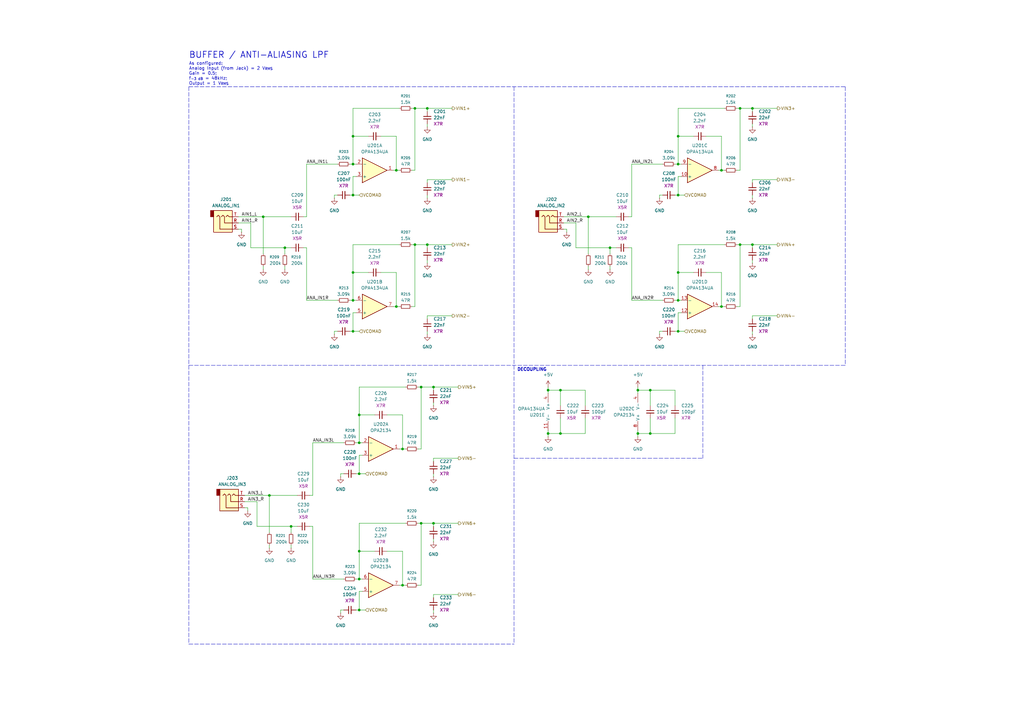
<source format=kicad_sch>
(kicad_sch (version 20250114) (generator "eeschema") (generator_version "9.0")
  (paper "A3")
  (title_block (title "PCM3168APAP Analog Input") (date "2026-01-13") (rev "0.1") (comment 1 "All inputs configured with Buffer and Anti-Aliasing LPF for Single-Ended ADC Input") (comment 2 "See Figure 60 from PCM3168APAP datasheet, p. 54"))
  (lib_symbols
    (symbol "Amplifier_Operational:OPA2134" (pin_names (offset 0.127))
      (property "Reference" "U" (at 0 5.08 0))
      (property "Value" "OPA2134" (at 0 -5.08 0))
      (symbol "OPA2134_1_1"
        (polyline (pts (xy -5.08 5.08) (xy 5.08 0) (xy -5.08 -5.08) (xy -5.08 5.08)) (stroke (width 0.254)) (fill (type background)))
        (pin input line (at -7.62 2.54 0) (length 2.54) (name "+") (number "3"))
        (pin input line (at -7.62 -2.54 0) (length 2.54) (name "-") (number "2"))
        (pin output line (at 7.62 0 180) (length 2.54) (name "~") (number "1"))
      )
      (symbol "OPA2134_2_1"
        (polyline (pts (xy -5.08 5.08) (xy 5.08 0) (xy -5.08 -5.08) (xy -5.08 5.08)) (stroke (width 0.254)) (fill (type background)))
        (pin input line (at -7.62 2.54 0) (length 2.54) (name "+") (number "5"))
        (pin input line (at -7.62 -2.54 0) (length 2.54) (name "-") (number "6"))
        (pin output line (at 7.62 0 180) (length 2.54) (name "~") (number "7"))
      )
      (symbol "OPA2134_3_1"
        (pin power_in line (at -2.54 7.62 270) (length 3.81) (name "V+") (number "8"))
        (pin power_in line (at -2.54 -7.62 90) (length 3.81) (name "V-") (number "4"))
      )
    )
    (symbol "Amplifier_Operational:OPA4134" (pin_names (offset 0.127))
      (property "Reference" "U" (at 0 5.08 0))
      (property "Value" "OPA4134" (at 0 -5.08 0))
      (symbol "OPA4134_1_1"
        (polyline (pts (xy -5.08 5.08) (xy 5.08 0) (xy -5.08 -5.08) (xy -5.08 5.08)) (stroke (width 0.254)) (fill (type background)))
        (pin input line (at -7.62 2.54 0) (length 2.54) (name "+") (number "3"))
        (pin input line (at -7.62 -2.54 0) (length 2.54) (name "-") (number "2"))
        (pin output line (at 7.62 0 180) (length 2.54) (name "~") (number "1"))
      )
      (symbol "OPA4134_2_1"
        (polyline (pts (xy -5.08 5.08) (xy 5.08 0) (xy -5.08 -5.08) (xy -5.08 5.08)) (stroke (width 0.254)) (fill (type background)))
        (pin input line (at -7.62 2.54 0) (length 2.54) (name "+") (number "5"))
        (pin input line (at -7.62 -2.54 0) (length 2.54) (name "-") (number "6"))
        (pin output line (at 7.62 0 180) (length 2.54) (name "~") (number "7"))
      )
      (symbol "OPA4134_3_1"
        (polyline (pts (xy -5.08 5.08) (xy 5.08 0) (xy -5.08 -5.08) (xy -5.08 5.08)) (stroke (width 0.254)) (fill (type background)))
        (pin input line (at -7.62 2.54 0) (length 2.54) (name "+") (number "10"))
        (pin input line (at -7.62 -2.54 0) (length 2.54) (name "-") (number "9"))
        (pin output line (at 7.62 0 180) (length 2.54) (name "~") (number "8"))
      )
      (symbol "OPA4134_4_1"
        (polyline (pts (xy -5.08 5.08) (xy 5.08 0) (xy -5.08 -5.08) (xy -5.08 5.08)) (stroke (width 0.254)) (fill (type background)))
        (pin input line (at -7.62 2.54 0) (length 2.54) (name "+") (number "12"))
        (pin input line (at -7.62 -2.54 0) (length 2.54) (name "-") (number "13"))
        (pin output line (at 7.62 0 180) (length 2.54) (name "~") (number "14"))
      )
      (symbol "OPA4134_5_1"
        (pin power_in line (at -2.54 7.62 270) (length 3.81) (name "V+") (number "4"))
        (pin power_in line (at -2.54 -7.62 90) (length 3.81) (name "V-") (number "11"))
      )
    )
    (symbol "Connector_Audio:AudioJack3"
      (property "Reference" "J" (at 0 8.89 0))
      (property "Value" "AudioJack3" (at 0 6.35 0))
      (symbol "AudioJack3_0_1"
        (rectangle (start -5.08 -5.08) (end -6.35 -2.54) (stroke (width 0.254)) (fill (type outline)))
        (polyline (pts (xy -1.905 -2.54) (xy -1.27 -3.175) (xy -0.635 -2.54) (xy -0.635 0) (xy 2.54 0)) (stroke (width 0.254)))
        (polyline (pts (xy 0 -2.54) (xy 0.635 -3.175) (xy 1.27 -2.54) (xy 2.54 -2.54)) (stroke (width 0.254)))
        (rectangle (start 2.54 3.81) (end -5.08 -5.08) (stroke (width 0.254)) (fill (type background)))
        (polyline (pts (xy 2.54 2.54) (xy -2.54 2.54) (xy -2.54 -2.54) (xy -3.175 -3.175) (xy -3.81 -2.54)) (stroke (width 0.254)))
      )
      (symbol "AudioJack3_1_1"
        (pin passive line (at 5.08 2.54 180) (length 2.54) (name "~") (number "S"))
        (pin passive line (at 5.08 0 180) (length 2.54) (name "~") (number "R"))
        (pin passive line (at 5.08 -2.54 180) (length 2.54) (name "~") (number "T"))
      )
    )
    (symbol "Device:C_Small" (pin_numbers (hide yes)) (pin_names (offset 0.254) (hide yes))
      (property "Reference" "C" (at 0.254 1.778 0))
      (property "Value" "C_Small" (at 0.254 -2.032 0))
      (symbol "C_Small_0_1"
        (polyline (pts (xy -1.524 0.508) (xy 1.524 0.508)) (stroke (width 0.3048)))
        (polyline (pts (xy -1.524 -0.508) (xy 1.524 -0.508)) (stroke (width 0.3302)))
      )
      (symbol "C_Small_1_1"
        (pin passive line (at 0 2.54 270) (length 2.032) (name "~") (number "1"))
        (pin passive line (at 0 -2.54 90) (length 2.032) (name "~") (number "2"))
      )
    )
    (symbol "Device:R_Small" (pin_numbers (hide yes)) (pin_names (offset 0.254) (hide yes))
      (property "Reference" "R" (at 0 0 90))
      (property "Value" "R_Small" (at 1.778 0 90))
      (symbol "R_Small_0_1"
        (rectangle (start -0.762 1.778) (end 0.762 -1.778) (stroke (width 0.2032)))
      )
      (symbol "R_Small_1_1"
        (pin passive line (at 0 2.54 270) (length 0.762) (name "~") (number "1"))
        (pin passive line (at 0 -2.54 90) (length 0.762) (name "~") (number "2"))
      )
    )
    (symbol "power:+5V" (power) (pin_numbers (hide yes)) (pin_names (offset 0) (hide yes))
      (property "Value" "+5V" (at 0 3.556 0))
      (symbol "+5V_0_1"
        (polyline (pts (xy -0.762 1.27) (xy 0 2.54)))
        (polyline (pts (xy 0 2.54) (xy 0.762 1.27)))
        (polyline (pts (xy 0 0) (xy 0 2.54)))
      )
      (symbol "+5V_1_1"
        (pin power_in line (at 0 0 90) (length 0) (name "~") (number "1"))
      )
    )
    (symbol "power:GNDA" (power) (pin_numbers (hide yes)) (pin_names (offset 0) (hide yes))
      (property "Value" "GNDA" (at 0 -3.81 0))
      (symbol "GNDA_0_1"
        (polyline (pts (xy 0 0) (xy 0 -1.27) (xy 1.27 -1.27) (xy 0 -2.54) (xy -1.27 -1.27) (xy 0 -1.27)))
      )
      (symbol "GNDA_1_1"
        (pin power_in line (at 0 0 270) (length 0) (name "~") (number "1"))
      )
    )
  )
  (text "DECOUPLING" (at 212.09 152.4 0) (effects (font (size 1.27 1.27) (thickness 0.254) (bold yes)) (justify left bottom)))
  (text "BUFFER / ANTI-ALIASING LPF" (at 77.47 24.13 0) (effects (font (size 2.54 2.54) (thickness 0.254) (bold yes)) (justify left bottom)))
  (text "As configured:\nAnalog Input (from Jack) = 2 V_{RMS}\nGain = 0.5;\nf_{-3 dB} = 48kHz;\nOutput = 1 V_{RMS}" (at 77.47 25.4 0) (effects (font (size 1.27 1.27) (thickness 0.1588)) (justify left top)))
  (junction (at 278.13 123.19))
  (junction (at 119.38 215.9))
  (junction (at 266.7 160.02))
  (junction (at 175.26 44.45))
  (junction (at 147.32 250.19))
  (junction (at 241.3 88.9))
  (junction (at 261.62 177.8))
  (junction (at 177.8 158.75))
  (junction (at 278.13 67.31))
  (junction (at 147.32 170.18))
  (junction (at 303.53 44.45))
  (junction (at 224.79 160.02))
  (junction (at 303.53 100.33))
  (junction (at 224.79 177.8))
  (junction (at 147.32 237.49))
  (junction (at 147.32 226.06))
  (junction (at 116.84 101.6))
  (junction (at 278.13 135.89))
  (junction (at 278.13 111.76))
  (junction (at 162.56 69.85))
  (junction (at 144.78 55.88))
  (junction (at 172.72 158.75))
  (junction (at 308.61 44.45))
  (junction (at 147.32 181.61))
  (junction (at 229.87 160.02))
  (junction (at 144.78 80.01))
  (junction (at 266.7 177.8))
  (junction (at 172.72 214.63))
  (junction (at 144.78 123.19))
  (junction (at 177.8 214.63))
  (junction (at 165.1 184.15))
  (junction (at 295.91 125.73))
  (junction (at 165.1 240.03))
  (junction (at 144.78 135.89))
  (junction (at 261.62 160.02))
  (junction (at 144.78 111.76))
  (junction (at 278.13 80.01))
  (junction (at 110.49 203.2))
  (junction (at 295.91 69.85))
  (junction (at 175.26 100.33))
  (junction (at 147.32 194.31))
  (junction (at 162.56 125.73))
  (junction (at 250.19 101.6))
  (junction (at 170.18 44.45))
  (junction (at 107.95 88.9))
  (junction (at 170.18 100.33))
  (junction (at 229.87 177.8))
  (junction (at 308.61 100.33))
  (junction (at 144.78 67.31))
  (junction (at 278.13 55.88))
  (wire (pts (xy 266.7 177.8) (xy 261.62 177.8)))
  (wire (pts (xy 139.7 250.19) (xy 140.97 250.19)))
  (wire (pts (xy 276.86 171.45) (xy 276.86 177.8)))
  (wire (pts (xy 276.86 135.89) (xy 278.13 135.89)))
  (wire (pts (xy 259.08 67.31) (xy 271.78 67.31)))
  (wire (pts (xy 278.13 135.89) (xy 280.67 135.89)))
  (wire (pts (xy 224.79 177.8) (xy 224.79 179.07)))
  (wire (pts (xy 266.7 166.37) (xy 266.7 160.02)))
  (wire (pts (xy 266.7 171.45) (xy 266.7 177.8)))
  (wire (pts (xy 146.05 181.61) (xy 147.32 181.61)))
  (wire (pts (xy 165.1 184.15) (xy 163.83 184.15)))
  (wire (pts (xy 259.08 123.19) (xy 271.78 123.19)))
  (wire (pts (xy 162.56 69.85) (xy 163.83 69.85)))
  (wire (pts (xy 289.56 55.88) (xy 295.91 55.88)))
  (wire (pts (xy 308.61 106.68) (xy 308.61 107.95)))
  (wire (pts (xy 308.61 80.01) (xy 308.61 81.28)))
  (wire (pts (xy 303.53 44.45) (xy 303.53 69.85)))
  (wire (pts (xy 308.61 101.6) (xy 308.61 100.33)))
  (wire (pts (xy 175.26 73.66) (xy 185.42 73.66)))
  (wire (pts (xy 175.26 135.89) (xy 175.26 137.16)))
  (wire (pts (xy 144.78 55.88) (xy 144.78 44.45)))
  (wire (pts (xy 97.79 93.98) (xy 99.06 93.98)))
  (wire (pts (xy 308.61 129.54) (xy 308.61 130.81)))
  (wire (pts (xy 101.6 208.28) (xy 101.6 209.55)))
  (wire (pts (xy 229.87 177.8) (xy 224.79 177.8)))
  (wire (pts (xy 276.86 67.31) (xy 278.13 67.31)))
  (wire (pts (xy 303.53 100.33) (xy 308.61 100.33)))
  (wire (pts (xy 278.13 111.76) (xy 278.13 100.33)))
  (wire (pts (xy 170.18 100.33) (xy 170.18 125.73)))
  (wire (pts (xy 177.8 194.31) (xy 177.8 195.58)))
  (wire (pts (xy 261.62 177.8) (xy 261.62 179.07)))
  (wire (pts (xy 137.16 135.89) (xy 138.43 135.89)))
  (wire (pts (xy 146.05 72.39) (xy 144.78 72.39)))
  (wire (pts (xy 162.56 55.88) (xy 162.56 69.85)))
  (wire (pts (xy 143.51 123.19) (xy 144.78 123.19)))
  (wire (pts (xy 177.8 160.02) (xy 177.8 158.75)))
  (wire (pts (xy 168.91 44.45) (xy 170.18 44.45)))
  (wire (pts (xy 102.87 101.6) (xy 116.84 101.6)))
  (wire (pts (xy 177.8 187.96) (xy 187.96 187.96)))
  (wire (pts (xy 124.46 88.9) (xy 125.73 88.9)))
  (wire (pts (xy 177.8 250.19) (xy 177.8 251.46)))
  (wire (pts (xy 172.72 158.75) (xy 177.8 158.75)))
  (wire (pts (xy 128.27 203.2) (xy 128.27 181.61)))
  (wire (pts (xy 303.53 69.85) (xy 302.26 69.85)))
  (wire (pts (xy 295.91 125.73) (xy 297.18 125.73)))
  (wire (pts (xy 143.51 67.31) (xy 144.78 67.31)))
  (wire (pts (xy 175.26 45.72) (xy 175.26 44.45)))
  (wire (pts (xy 270.51 135.89) (xy 271.78 135.89)))
  (polyline (pts (xy 77.47 149.86) (xy 346.71 149.86)) (stroke (width 0) (type dash)))
  (wire (pts (xy 240.03 160.02) (xy 229.87 160.02)))
  (wire (pts (xy 278.13 55.88) (xy 278.13 67.31)))
  (wire (pts (xy 175.26 73.66) (xy 175.26 74.93)))
  (wire (pts (xy 148.59 186.69) (xy 147.32 186.69)))
  (wire (pts (xy 278.13 100.33) (xy 297.18 100.33)))
  (wire (pts (xy 303.53 100.33) (xy 303.53 125.73)))
  (wire (pts (xy 229.87 166.37) (xy 229.87 160.02)))
  (wire (pts (xy 162.56 125.73) (xy 161.29 125.73)))
  (wire (pts (xy 148.59 242.57) (xy 147.32 242.57)))
  (wire (pts (xy 177.8 243.84) (xy 177.8 245.11)))
  (wire (pts (xy 143.51 80.01) (xy 144.78 80.01)))
  (wire (pts (xy 102.87 91.44) (xy 102.87 101.6)))
  (wire (pts (xy 147.32 170.18) (xy 147.32 181.61)))
  (polyline (pts (xy 210.82 149.86) (xy 210.82 264.16)) (stroke (width 0) (type dash)))
  (wire (pts (xy 231.14 93.98) (xy 232.41 93.98)))
  (wire (pts (xy 170.18 69.85) (xy 168.91 69.85)))
  (wire (pts (xy 162.56 111.76) (xy 162.56 125.73)))
  (wire (pts (xy 107.95 109.22) (xy 107.95 110.49)))
  (wire (pts (xy 170.18 44.45) (xy 175.26 44.45)))
  (polyline (pts (xy 77.47 35.56) (xy 346.71 35.56)) (stroke (width 0) (type dash)))
  (wire (pts (xy 125.73 101.6) (xy 125.73 123.19)))
  (wire (pts (xy 177.8 158.75) (xy 187.96 158.75)))
  (wire (pts (xy 175.26 100.33) (xy 185.42 100.33)))
  (polyline (pts (xy 210.82 35.56) (xy 210.82 149.86)) (stroke (width 0) (type dash)))
  (polyline (pts (xy 346.71 35.56) (xy 346.71 149.86)) (stroke (width 0) (type dash)))
  (wire (pts (xy 302.26 100.33) (xy 303.53 100.33)))
  (wire (pts (xy 177.8 215.9) (xy 177.8 214.63)))
  (wire (pts (xy 279.4 72.39) (xy 278.13 72.39)))
  (wire (pts (xy 165.1 184.15) (xy 166.37 184.15)))
  (wire (pts (xy 266.7 160.02) (xy 261.62 160.02)))
  (wire (pts (xy 147.32 226.06) (xy 147.32 214.63)))
  (wire (pts (xy 147.32 194.31) (xy 149.86 194.31)))
  (wire (pts (xy 153.67 226.06) (xy 147.32 226.06)))
  (wire (pts (xy 125.73 123.19) (xy 138.43 123.19)))
  (wire (pts (xy 172.72 214.63) (xy 177.8 214.63)))
  (wire (pts (xy 147.32 237.49) (xy 148.59 237.49)))
  (wire (pts (xy 224.79 158.75) (xy 224.79 160.02)))
  (wire (pts (xy 158.75 226.06) (xy 165.1 226.06)))
  (wire (pts (xy 146.05 250.19) (xy 147.32 250.19)))
  (wire (pts (xy 303.53 125.73) (xy 302.26 125.73)))
  (wire (pts (xy 295.91 69.85) (xy 294.64 69.85)))
  (wire (pts (xy 110.49 223.52) (xy 110.49 224.79)))
  (wire (pts (xy 259.08 101.6) (xy 259.08 123.19)))
  (wire (pts (xy 144.78 44.45) (xy 163.83 44.45)))
  (wire (pts (xy 147.32 214.63) (xy 166.37 214.63)))
  (wire (pts (xy 156.21 55.88) (xy 162.56 55.88)))
  (wire (pts (xy 144.78 55.88) (xy 144.78 67.31)))
  (wire (pts (xy 175.26 129.54) (xy 175.26 130.81)))
  (wire (pts (xy 302.26 44.45) (xy 303.53 44.45)))
  (wire (pts (xy 165.1 240.03) (xy 166.37 240.03)))
  (wire (pts (xy 144.78 123.19) (xy 146.05 123.19)))
  (wire (pts (xy 270.51 137.16) (xy 270.51 135.89)))
  (wire (pts (xy 257.81 88.9) (xy 259.08 88.9)))
  (wire (pts (xy 175.26 44.45) (xy 185.42 44.45)))
  (wire (pts (xy 170.18 44.45) (xy 170.18 69.85)))
  (wire (pts (xy 284.48 111.76) (xy 278.13 111.76)))
  (wire (pts (xy 119.38 88.9) (xy 107.95 88.9)))
  (wire (pts (xy 308.61 100.33) (xy 318.77 100.33)))
  (wire (pts (xy 175.26 80.01) (xy 175.26 81.28)))
  (wire (pts (xy 171.45 158.75) (xy 172.72 158.75)))
  (wire (pts (xy 128.27 215.9) (xy 128.27 237.49)))
  (wire (pts (xy 128.27 181.61) (xy 140.97 181.61)))
  (wire (pts (xy 127 203.2) (xy 128.27 203.2)))
  (wire (pts (xy 261.62 160.02) (xy 261.62 161.29)))
  (wire (pts (xy 97.79 91.44) (xy 102.87 91.44)))
  (wire (pts (xy 139.7 195.58) (xy 139.7 194.31)))
  (wire (pts (xy 100.33 205.74) (xy 105.41 205.74)))
  (wire (pts (xy 162.56 69.85) (xy 161.29 69.85)))
  (wire (pts (xy 308.61 73.66) (xy 318.77 73.66)))
  (wire (pts (xy 278.13 55.88) (xy 278.13 44.45)))
  (wire (pts (xy 144.78 111.76) (xy 144.78 100.33)))
  (wire (pts (xy 270.51 81.28) (xy 270.51 80.01)))
  (wire (pts (xy 116.84 101.6) (xy 116.84 104.14)))
  (wire (pts (xy 175.26 129.54) (xy 185.42 129.54)))
  (wire (pts (xy 177.8 243.84) (xy 187.96 243.84)))
  (wire (pts (xy 121.92 203.2) (xy 110.49 203.2)))
  (wire (pts (xy 308.61 73.66) (xy 308.61 74.93)))
  (wire (pts (xy 259.08 88.9) (xy 259.08 67.31)))
  (wire (pts (xy 151.13 111.76) (xy 144.78 111.76)))
  (wire (pts (xy 231.14 91.44) (xy 236.22 91.44)))
  (wire (pts (xy 147.32 170.18) (xy 147.32 158.75)))
  (wire (pts (xy 144.78 135.89) (xy 147.32 135.89)))
  (wire (pts (xy 128.27 237.49) (xy 140.97 237.49)))
  (wire (pts (xy 105.41 205.74) (xy 105.41 215.9)))
  (wire (pts (xy 278.13 80.01) (xy 280.67 80.01)))
  (wire (pts (xy 144.78 128.27) (xy 144.78 135.89)))
  (wire (pts (xy 144.78 111.76) (xy 144.78 123.19)))
  (wire (pts (xy 232.41 93.98) (xy 232.41 95.25)))
  (wire (pts (xy 171.45 214.63) (xy 172.72 214.63)))
  (wire (pts (xy 240.03 171.45) (xy 240.03 177.8)))
  (wire (pts (xy 279.4 128.27) (xy 278.13 128.27)))
  (wire (pts (xy 137.16 80.01) (xy 138.43 80.01)))
  (wire (pts (xy 156.21 111.76) (xy 162.56 111.76)))
  (wire (pts (xy 107.95 88.9) (xy 107.95 104.14)))
  (wire (pts (xy 139.7 251.46) (xy 139.7 250.19)))
  (wire (pts (xy 146.05 237.49) (xy 147.32 237.49)))
  (wire (pts (xy 278.13 72.39) (xy 278.13 80.01)))
  (wire (pts (xy 170.18 100.33) (xy 175.26 100.33)))
  (polyline (pts (xy 77.47 35.56) (xy 77.47 264.16)) (stroke (width 0) (type dash)))
  (wire (pts (xy 147.32 226.06) (xy 147.32 237.49)))
  (wire (pts (xy 158.75 170.18) (xy 165.1 170.18)))
  (wire (pts (xy 308.61 50.8) (xy 308.61 52.07)))
  (wire (pts (xy 172.72 158.75) (xy 172.72 184.15)))
  (wire (pts (xy 177.8 220.98) (xy 177.8 222.25)))
  (wire (pts (xy 162.56 125.73) (xy 163.83 125.73)))
  (wire (pts (xy 125.73 67.31) (xy 138.43 67.31)))
  (wire (pts (xy 143.51 135.89) (xy 144.78 135.89)))
  (wire (pts (xy 170.18 125.73) (xy 168.91 125.73)))
  (wire (pts (xy 308.61 45.72) (xy 308.61 44.45)))
  (polyline (pts (xy 77.47 264.16) (xy 210.82 264.16)) (stroke (width 0) (type dash)))
  (wire (pts (xy 125.73 88.9) (xy 125.73 67.31)))
  (wire (pts (xy 236.22 101.6) (xy 250.19 101.6)))
  (wire (pts (xy 172.72 240.03) (xy 171.45 240.03)))
  (wire (pts (xy 241.3 109.22) (xy 241.3 110.49)))
  (wire (pts (xy 146.05 194.31) (xy 147.32 194.31)))
  (wire (pts (xy 257.81 101.6) (xy 259.08 101.6)))
  (wire (pts (xy 175.26 50.8) (xy 175.26 52.07)))
  (wire (pts (xy 119.38 223.52) (xy 119.38 224.79)))
  (wire (pts (xy 270.51 80.01) (xy 271.78 80.01)))
  (wire (pts (xy 308.61 44.45) (xy 318.77 44.45)))
  (wire (pts (xy 229.87 171.45) (xy 229.87 177.8)))
  (wire (pts (xy 295.91 125.73) (xy 294.64 125.73)))
  (wire (pts (xy 144.78 100.33) (xy 163.83 100.33)))
  (wire (pts (xy 276.86 166.37) (xy 276.86 160.02)))
  (wire (pts (xy 147.32 242.57) (xy 147.32 250.19)))
  (wire (pts (xy 147.32 181.61) (xy 148.59 181.61)))
  (wire (pts (xy 177.8 187.96) (xy 177.8 189.23)))
  (wire (pts (xy 250.19 109.22) (xy 250.19 110.49)))
  (wire (pts (xy 289.56 111.76) (xy 295.91 111.76)))
  (wire (pts (xy 119.38 215.9) (xy 119.38 218.44)))
  (wire (pts (xy 278.13 128.27) (xy 278.13 135.89)))
  (wire (pts (xy 278.13 123.19) (xy 279.4 123.19)))
  (wire (pts (xy 146.05 128.27) (xy 144.78 128.27)))
  (wire (pts (xy 165.1 226.06) (xy 165.1 240.03)))
  (wire (pts (xy 261.62 176.53) (xy 261.62 177.8)))
  (wire (pts (xy 295.91 111.76) (xy 295.91 125.73)))
  (wire (pts (xy 177.8 165.1) (xy 177.8 166.37)))
  (wire (pts (xy 175.26 101.6) (xy 175.26 100.33)))
  (wire (pts (xy 229.87 160.02) (xy 224.79 160.02)))
  (wire (pts (xy 137.16 81.28) (xy 137.16 80.01)))
  (wire (pts (xy 110.49 203.2) (xy 110.49 218.44)))
  (wire (pts (xy 151.13 55.88) (xy 144.78 55.88)))
  (wire (pts (xy 276.86 123.19) (xy 278.13 123.19)))
  (wire (pts (xy 100.33 208.28) (xy 101.6 208.28)))
  (wire (pts (xy 119.38 101.6) (xy 116.84 101.6)))
  (wire (pts (xy 147.32 186.69) (xy 147.32 194.31)))
  (wire (pts (xy 153.67 170.18) (xy 147.32 170.18)))
  (wire (pts (xy 295.91 55.88) (xy 295.91 69.85)))
  (wire (pts (xy 144.78 72.39) (xy 144.78 80.01)))
  (wire (pts (xy 177.8 214.63) (xy 187.96 214.63)))
  (wire (pts (xy 252.73 88.9) (xy 241.3 88.9)))
  (wire (pts (xy 261.62 158.75) (xy 261.62 160.02)))
  (polyline (pts (xy 210.82 187.96) (xy 288.29 187.96)) (stroke (width 0) (type dash)))
  (wire (pts (xy 224.79 160.02) (xy 224.79 161.29)))
  (wire (pts (xy 137.16 137.16) (xy 137.16 135.89)))
  (wire (pts (xy 231.14 88.9) (xy 241.3 88.9)))
  (wire (pts (xy 165.1 170.18) (xy 165.1 184.15)))
  (wire (pts (xy 147.32 158.75) (xy 166.37 158.75)))
  (wire (pts (xy 278.13 67.31) (xy 279.4 67.31)))
  (wire (pts (xy 295.91 69.85) (xy 297.18 69.85)))
  (wire (pts (xy 147.32 250.19) (xy 149.86 250.19)))
  (wire (pts (xy 278.13 111.76) (xy 278.13 123.19)))
  (wire (pts (xy 175.26 106.68) (xy 175.26 107.95)))
  (wire (pts (xy 144.78 80.01) (xy 147.32 80.01)))
  (wire (pts (xy 278.13 44.45) (xy 297.18 44.45)))
  (wire (pts (xy 276.86 160.02) (xy 266.7 160.02)))
  (wire (pts (xy 139.7 194.31) (xy 140.97 194.31)))
  (wire (pts (xy 308.61 135.89) (xy 308.61 137.16)))
  (wire (pts (xy 250.19 101.6) (xy 250.19 104.14)))
  (wire (pts (xy 100.33 203.2) (xy 110.49 203.2)))
  (wire (pts (xy 284.48 55.88) (xy 278.13 55.88)))
  (wire (pts (xy 105.41 215.9) (xy 119.38 215.9)))
  (wire (pts (xy 241.3 88.9) (xy 241.3 104.14)))
  (wire (pts (xy 116.84 109.22) (xy 116.84 110.49)))
  (wire (pts (xy 144.78 67.31) (xy 146.05 67.31)))
  (wire (pts (xy 240.03 166.37) (xy 240.03 160.02)))
  (polyline (pts (xy 288.29 149.86) (xy 288.29 187.96)) (stroke (width 0) (type dash)))
  (wire (pts (xy 224.79 176.53) (xy 224.79 177.8)))
  (wire (pts (xy 172.72 214.63) (xy 172.72 240.03)))
  (wire (pts (xy 236.22 91.44) (xy 236.22 101.6)))
  (wire (pts (xy 99.06 93.98) (xy 99.06 95.25)))
  (wire (pts (xy 172.72 184.15) (xy 171.45 184.15)))
  (wire (pts (xy 165.1 240.03) (xy 163.83 240.03)))
  (wire (pts (xy 240.03 177.8) (xy 229.87 177.8)))
  (wire (pts (xy 252.73 101.6) (xy 250.19 101.6)))
  (wire (pts (xy 168.91 100.33) (xy 170.18 100.33)))
  (wire (pts (xy 121.92 215.9) (xy 119.38 215.9)))
  (wire (pts (xy 97.79 88.9) (xy 107.95 88.9)))
  (wire (pts (xy 124.46 101.6) (xy 125.73 101.6)))
  (wire (pts (xy 303.53 44.45) (xy 308.61 44.45)))
  (wire (pts (xy 276.86 177.8) (xy 266.7 177.8)))
  (wire (pts (xy 127 215.9) (xy 128.27 215.9)))
  (wire (pts (xy 276.86 80.01) (xy 278.13 80.01)))
  (wire (pts (xy 308.61 129.54) (xy 318.77 129.54)))
  (label "ANA_IN3R" (at 128.27 237.49 0))
  (label "AIN1_L" (at 99.06 88.9 0))
  (label "ANA_IN3L" (at 128.27 181.61 0))
  (label "ANA_IN1R" (at 125.73 123.19 0))
  (label "ANA_IN2R" (at 259.08 123.19 0))
  (label "ANA_IN2L" (at 259.08 67.31 0))
  (label "ANA_IN1L" (at 125.73 67.31 0))
  (label "AIN3_R" (at 101.6 205.74 0))
  (label "AIN3_L" (at 101.6 203.2 0))
  (label "AIN1_R" (at 99.06 91.44 0))
  (label "AIN2_L" (at 232.41 88.9 0))
  (label "AIN2_R" (at 232.41 91.44 0))
  (hierarchical_label "VIN1-" (shape output) (at 185.42 73.66 0))
  (hierarchical_label "VIN2+" (shape output) (at 185.42 100.33 0))
  (hierarchical_label "VIN3+" (shape output) (at 318.77 44.45 0))
  (hierarchical_label "VCOMAD" (shape input) (at 280.67 135.89 0))
  (hierarchical_label "VIN6+" (shape output) (at 187.96 214.63 0))
  (hierarchical_label "VIN1+" (shape output) (at 185.42 44.45 0))
  (hierarchical_label "VIN3-" (shape output) (at 318.77 73.66 0))
  (hierarchical_label "VIN2-" (shape output) (at 185.42 129.54 0))
  (hierarchical_label "VIN4-" (shape output) (at 318.77 129.54 0))
  (hierarchical_label "VIN6-" (shape output) (at 187.96 243.84 0))
  (hierarchical_label "VIN5-" (shape output) (at 187.96 187.96 0))
  (hierarchical_label "VIN4+" (shape output) (at 318.77 100.33 0))
  (hierarchical_label "VCOMAD" (shape input) (at 147.32 80.01 0))
  (hierarchical_label "VCOMAD" (shape input) (at 147.32 135.89 0))
  (hierarchical_label "VIN5+" (shape output) (at 187.96 158.75 0))
  (hierarchical_label "VCOMAD" (shape input) (at 280.67 80.01 0))
  (hierarchical_label "VCOMAD" (shape input) (at 149.86 250.19 0))
  (hierarchical_label "VCOMAD" (shape input) (at 149.86 194.31 0))
  (symbol (lib_id "power:GNDA") (at 177.8 195.58 0) (unit 1)
    (property "Reference" "#PWR0225" (effects (hide yes)))
    (property "Value" "GND" (at 177.8 200.66 0))
    (property "Description" "Power symbol creates a global label with name \"GNDA\" , analog ground" (effects (hide yes)))
  )
  (symbol (lib_id "power:GNDA") (at 261.62 179.07 0) (unit 1)
    (property "Reference" "#PWR0223" (effects (hide yes)))
    (property "Value" "GND" (at 261.62 184.15 0))
    (property "Description" "Power symbol creates a global label with name \"GNDA\" , analog ground" (effects (hide yes)))
  )
  (symbol (lib_id "Device:C_Small") (at 175.26 104.14 0) (unit 1)
    (property "Reference" "C213" (at 177.8 101.6 0) (effects (justify left)))
    (property "Value" "22nF" (at 177.8 104.14 0) (effects (justify left)))
    (property "Footprint" "Capacitor_SMD:C_0402_1005Metric" (effects (hide yes)))
    (property "Description" "X7R" (at 177.8 106.6738 0) (effects (justify left)))
  )
  (symbol (lib_id "power:GNDA") (at 177.8 251.46 0) (unit 1)
    (property "Reference" "#PWR0231" (effects (hide yes)))
    (property "Value" "GND" (at 177.8 256.54 0))
    (property "Description" "Power symbol creates a global label with name \"GNDA\" , analog ground" (effects (hide yes)))
  )
  (symbol (lib_id "power:GNDA") (at 110.49 224.79 0) (unit 1)
    (property "Reference" "#PWR0228" (effects (hide yes)))
    (property "Value" "GND" (at 110.49 229.87 0))
    (property "Description" "Power symbol creates a global label with name \"GNDA\" , analog ground" (effects (hide yes)))
  )
  (symbol (lib_id "Device:C_Small") (at 177.8 162.56 0) (unit 1)
    (property "Reference" "C221" (at 180.34 160.02 0) (effects (justify left)))
    (property "Value" "22nF" (at 180.34 162.56 0) (effects (justify left)))
    (property "Footprint" "Capacitor_SMD:C_0402_1005Metric" (effects (hide yes)))
    (property "Description" "X7R" (at 180.34 165.0938 0) (effects (justify left)))
  )
  (symbol (lib_id "Device:R_Small") (at 166.37 100.33 90) (unit 1)
    (property "Reference" "R207" (at 166.37 95.25 90) (effects (font (size 1.016 1.016))))
    (property "Value" "1.5k" (at 166.37 97.79 90))
    (property "Footprint" "Resistor_SMD:R_0402_1005Metric" (effects (hide yes)))
    (property "Description" "Resistor, small symbol" (effects (hide yes)))
  )
  (symbol (lib_id "Device:C_Small") (at 177.8 218.44 0) (unit 1)
    (property "Reference" "C231" (at 180.34 215.9 0) (effects (justify left)))
    (property "Value" "22nF" (at 180.34 218.44 0) (effects (justify left)))
    (property "Footprint" "Capacitor_SMD:C_0402_1005Metric" (effects (hide yes)))
    (property "Description" "X7R" (at 180.34 220.9738 0) (effects (justify left)))
  )
  (symbol (lib_id "power:GNDA") (at 137.16 81.28 0) (unit 1)
    (property "Reference" "#PWR0203" (effects (hide yes)))
    (property "Value" "GND" (at 137.16 86.36 0))
    (property "Description" "Power symbol creates a global label with name \"GNDA\" , analog ground" (effects (hide yes)))
  )
  (symbol (lib_id "power:GNDA") (at 175.26 52.07 0) (unit 1)
    (property "Reference" "#PWR0201" (effects (hide yes)))
    (property "Value" "GND" (at 175.26 57.15 0))
    (property "Description" "Power symbol creates a global label with name \"GNDA\" , analog ground" (effects (hide yes)))
  )
  (symbol (lib_id "Connector_Audio:AudioJack3") (at 92.71 91.44 0) (mirror x) (unit 1)
    (property "Reference" "J201" (at 92.71 81.788 0))
    (property "Value" "ANALOG_IN1" (at 92.71 84.328 0))
    (property "Footprint" "SJ3-35083A-TR:SJ335083ATR" (effects (hide yes)))
    (property "Description" "Audio Jack, 3 Poles (Stereo / TRS)" (effects (hide yes)))
  )
  (symbol (lib_id "Device:R_Small") (at 140.97 67.31 90) (unit 1)
    (property "Reference" "R203" (at 140.97 62.23 90) (effects (font (size 1.016 1.016))))
    (property "Value" "3.09k" (at 140.97 64.77 90))
    (property "Footprint" "Resistor_SMD:R_0402_1005Metric" (effects (hide yes)))
    (property "Description" "Resistor, small symbol" (effects (hide yes)))
  )
  (symbol (lib_id "Device:C_Small") (at 121.92 88.9 90) (unit 1)
    (property "Reference" "C209" (at 121.92 80.01 90))
    (property "Value" "10uF" (at 121.92 82.55 90))
    (property "Footprint" "Capacitor_SMD:C_0603_1608Metric" (effects (hide yes)))
    (property "Description" "X5R" (at 121.92 85.09 90))
  )
  (symbol (lib_id "Device:R_Small") (at 274.32 123.19 90) (unit 1)
    (property "Reference" "R214" (at 274.32 118.11 90) (effects (font (size 1.016 1.016))))
    (property "Value" "3.09k" (at 274.32 120.65 90))
    (property "Footprint" "Resistor_SMD:R_0402_1005Metric" (effects (hide yes)))
    (property "Description" "Resistor, small symbol" (effects (hide yes)))
  )
  (symbol (lib_id "Device:C_Small") (at 274.32 80.01 90) (unit 1)
    (property "Reference" "C208" (at 274.32 71.12 90))
    (property "Value" "100nF" (at 274.32 73.66 90))
    (property "Footprint" "Capacitor_SMD:C_0402_1005Metric" (effects (hide yes)))
    (property "Description" "X7R" (at 274.32 76.2 90))
  )
  (symbol (lib_id "Device:R_Small") (at 250.19 106.68 0) (unit 1)
    (property "Reference" "R212" (at 252.73 105.4099 0) (effects (font (size 1.016 1.016)) (justify left)))
    (property "Value" "200k" (at 252.73 107.9499 0) (effects (justify left)))
    (property "Footprint" "Resistor_SMD:R_0402_1005Metric" (effects (hide yes)))
    (property "Description" "Resistor, small symbol" (effects (hide yes)))
  )
  (symbol (lib_id "Amplifier_Operational:OPA4134") (at 153.67 125.73 0) (mirror x) (unit 2)
    (property "Reference" "U201" (at 153.67 115.57 0))
    (property "Value" "OPA4134UA" (at 153.67 118.11 0))
    (property "Footprint" "Package_SO:SOIC-14_3.9x8.7mm_P1.27mm" (effects (hide yes)))
    (property "Datasheet" "http://www.ti.com/lit/ds/symlink/opa134.pdf" (effects (hide yes)))
    (property "Description" "Quad SoundPlus High Performance Audio Operational Amplifiers, SOIC-14" (effects (hide yes)))
  )
  (symbol (lib_id "Device:C_Small") (at 124.46 203.2 90) (unit 1)
    (property "Reference" "C229" (at 124.46 194.31 90))
    (property "Value" "10uF" (at 124.46 196.85 90))
    (property "Footprint" "Capacitor_SMD:C_0603_1608Metric" (effects (hide yes)))
    (property "Description" "X5R" (at 124.46 199.39 90))
  )
  (symbol (lib_id "power:GNDA") (at 232.41 95.25 0) (unit 1)
    (property "Reference" "#PWR0208" (effects (hide yes)))
    (property "Value" "GND" (at 232.41 100.33 0))
    (property "Description" "Power symbol creates a global label with name \"GNDA\" , analog ground" (effects (hide yes)))
  )
  (symbol (lib_id "Device:C_Small") (at 308.61 104.14 0) (unit 1)
    (property "Reference" "C214" (at 311.15 101.6 0) (effects (justify left)))
    (property "Value" "22nF" (at 311.15 104.14 0) (effects (justify left)))
    (property "Footprint" "Capacitor_SMD:C_0402_1005Metric" (effects (hide yes)))
    (property "Description" "X7R" (at 311.15 106.6738 0) (effects (justify left)))
  )
  (symbol (lib_id "Device:C_Small") (at 124.46 215.9 90) (unit 1)
    (property "Reference" "C230" (at 124.46 207.01 90))
    (property "Value" "10uF" (at 124.46 209.55 90))
    (property "Footprint" "Capacitor_SMD:C_0603_1608Metric" (effects (hide yes)))
    (property "Description" "X5R" (at 124.46 212.09 90))
  )
  (symbol (lib_id "power:GNDA") (at 116.84 110.49 0) (unit 1)
    (property "Reference" "#PWR0212" (effects (hide yes)))
    (property "Value" "GND" (at 116.84 115.57 0))
    (property "Description" "Power symbol creates a global label with name \"GNDA\" , analog ground" (effects (hide yes)))
  )
  (symbol (lib_id "Device:R_Small") (at 168.91 240.03 90) (unit 1)
    (property "Reference" "R224" (at 168.91 234.95 90) (effects (font (size 1.016 1.016))))
    (property "Value" "47R" (at 168.91 237.49 90))
    (property "Footprint" "Resistor_SMD:R_0402_1005Metric" (effects (hide yes)))
    (property "Description" "Resistor, small symbol" (effects (hide yes)))
  )
  (symbol (lib_id "Amplifier_Operational:OPA4134") (at 227.33 168.91 0) (unit 5)
    (property "Reference" "U201" (at 223.52 170.1801 0) (effects (justify right)))
    (property "Value" "OPA4134UA" (at 223.52 167.6401 0) (effects (justify right)))
    (property "Footprint" "Package_SO:SOIC-14_3.9x8.7mm_P1.27mm" (effects (hide yes)))
    (property "Datasheet" "http://www.ti.com/lit/ds/symlink/opa134.pdf" (effects (hide yes)))
    (property "Description" "Quad SoundPlus High Performance Audio Operational Amplifiers, SOIC-14" (effects (hide yes)))
  )
  (symbol (lib_id "Device:R_Small") (at 166.37 44.45 90) (unit 1)
    (property "Reference" "R201" (at 166.37 39.37 90) (effects (font (size 1.016 1.016))))
    (property "Value" "1.5k" (at 166.37 41.91 90))
    (property "Footprint" "Resistor_SMD:R_0402_1005Metric" (effects (hide yes)))
    (property "Description" "Resistor, small symbol" (effects (hide yes)))
  )
  (symbol (lib_id "power:GNDA") (at 250.19 110.49 0) (unit 1)
    (property "Reference" "#PWR0214" (effects (hide yes)))
    (property "Value" "GND" (at 250.19 115.57 0))
    (property "Description" "Power symbol creates a global label with name \"GNDA\" , analog ground" (effects (hide yes)))
  )
  (symbol (lib_id "Amplifier_Operational:OPA2134") (at 156.21 184.15 0) (mirror x) (unit 1)
    (property "Reference" "U202" (at 156.21 173.99 0))
    (property "Value" "OPA2134" (at 156.21 176.53 0))
    (property "Footprint" "Package_SO:SOIC-8_3.9x4.9mm_P1.27mm" (effects (hide yes)))
    (property "Datasheet" "http://www.ti.com/lit/ds/symlink/opa134.pdf" (effects (hide yes)))
    (property "Description" "Dual SoundPlus High Performance Audio Operational Amplifiers, DIP-8/SOIC-8" (effects (hide yes)))
  )
  (symbol (lib_id "power:GNDA") (at 270.51 81.28 0) (unit 1)
    (property "Reference" "#PWR0205" (effects (hide yes)))
    (property "Value" "GND" (at 270.51 86.36 0))
    (property "Description" "Power symbol creates a global label with name \"GNDA\" , analog ground" (effects (hide yes)))
  )
  (symbol (lib_id "Device:C_Small") (at 308.61 77.47 0) (unit 1)
    (property "Reference" "C206" (at 311.15 74.93 0) (effects (justify left)))
    (property "Value" "22nF" (at 311.15 77.47 0) (effects (justify left)))
    (property "Footprint" "Capacitor_SMD:C_0402_1005Metric" (effects (hide yes)))
    (property "Description" "X7R" (at 311.15 80.0038 0) (effects (justify left)))
  )
  (symbol (lib_id "Device:C_Small") (at 266.7 168.91 0) (unit 1)
    (property "Reference" "C224" (at 269.24 166.37 0) (effects (justify left)))
    (property "Value" "10uF" (at 269.24 168.91 0) (effects (justify left)))
    (property "Footprint" "Capacitor_SMD:C_0603_1608Metric" (effects (hide yes)))
    (property "Description" "X5R" (at 269.24 171.4438 0) (effects (justify left)))
  )
  (symbol (lib_id "Device:R_Small") (at 116.84 106.68 0) (unit 1)
    (property "Reference" "R210" (at 119.38 105.4099 0) (effects (font (size 1.016 1.016)) (justify left)))
    (property "Value" "200k" (at 119.38 107.9499 0) (effects (justify left)))
    (property "Footprint" "Resistor_SMD:R_0402_1005Metric" (effects (hide yes)))
    (property "Description" "Resistor, small symbol" (effects (hide yes)))
  )
  (symbol (lib_id "Device:C_Small") (at 229.87 168.91 0) (unit 1)
    (property "Reference" "C222" (at 232.41 166.37 0) (effects (justify left)))
    (property "Value" "10uF" (at 232.41 168.91 0) (effects (justify left)))
    (property "Footprint" "Capacitor_SMD:C_0603_1608Metric" (effects (hide yes)))
    (property "Description" "X5R" (at 232.41 171.4438 0) (effects (justify left)))
  )
  (symbol (lib_id "Device:R_Small") (at 140.97 123.19 90) (unit 1)
    (property "Reference" "R213" (at 140.97 118.11 90) (effects (font (size 1.016 1.016))))
    (property "Value" "3.09k" (at 140.97 120.65 90))
    (property "Footprint" "Resistor_SMD:R_0402_1005Metric" (effects (hide yes)))
    (property "Description" "Resistor, small symbol" (effects (hide yes)))
  )
  (symbol (lib_id "Device:R_Small") (at 143.51 237.49 90) (unit 1)
    (property "Reference" "R223" (at 143.51 232.41 90) (effects (font (size 1.016 1.016))))
    (property "Value" "3.09k" (at 143.51 234.95 90))
    (property "Footprint" "Resistor_SMD:R_0402_1005Metric" (effects (hide yes)))
    (property "Description" "Resistor, small symbol" (effects (hide yes)))
  )
  (symbol (lib_id "Device:R_Small") (at 143.51 181.61 90) (unit 1)
    (property "Reference" "R218" (at 143.51 176.53 90) (effects (font (size 1.016 1.016))))
    (property "Value" "3.09k" (at 143.51 179.07 90))
    (property "Footprint" "Resistor_SMD:R_0402_1005Metric" (effects (hide yes)))
    (property "Description" "Resistor, small symbol" (effects (hide yes)))
  )
  (symbol (lib_id "power:GNDA") (at 107.95 110.49 0) (unit 1)
    (property "Reference" "#PWR0211" (effects (hide yes)))
    (property "Value" "GND" (at 107.95 115.57 0))
    (property "Description" "Power symbol creates a global label with name \"GNDA\" , analog ground" (effects (hide yes)))
  )
  (symbol (lib_id "power:+5V") (at 261.62 158.75 0) (unit 1)
    (property "Reference" "#PWR0220" (effects (hide yes)))
    (property "Value" "+5V" (at 261.62 153.67 0))
    (property "Description" "Power symbol creates a global label with name \"+5V\"" (effects (hide yes)))
  )
  (symbol (lib_id "Device:C_Small") (at 175.26 133.35 0) (unit 1)
    (property "Reference" "C217" (at 177.8 130.81 0) (effects (justify left)))
    (property "Value" "22nF" (at 177.8 133.35 0) (effects (justify left)))
    (property "Footprint" "Capacitor_SMD:C_0402_1005Metric" (effects (hide yes)))
    (property "Description" "X7R" (at 177.8 135.8838 0) (effects (justify left)))
  )
  (symbol (lib_id "power:GNDA") (at 224.79 179.07 0) (unit 1)
    (property "Reference" "#PWR0222" (effects (hide yes)))
    (property "Value" "GND" (at 224.79 184.15 0))
    (property "Description" "Power symbol creates a global label with name \"GNDA\" , analog ground" (effects (hide yes)))
  )
  (symbol (lib_id "power:GNDA") (at 308.61 137.16 0) (unit 1)
    (property "Reference" "#PWR0218" (effects (hide yes)))
    (property "Value" "GND" (at 308.61 142.24 0))
    (property "Description" "Power symbol creates a global label with name \"GNDA\" , analog ground" (effects (hide yes)))
  )
  (symbol (lib_id "power:GNDA") (at 119.38 224.79 0) (unit 1)
    (property "Reference" "#PWR0229" (effects (hide yes)))
    (property "Value" "GND" (at 119.38 229.87 0))
    (property "Description" "Power symbol creates a global label with name \"GNDA\" , analog ground" (effects (hide yes)))
  )
  (symbol (lib_id "Amplifier_Operational:OPA2134") (at 156.21 240.03 0) (mirror x) (unit 2)
    (property "Reference" "U202" (at 156.21 229.87 0))
    (property "Value" "OPA2134" (at 156.21 232.41 0))
    (property "Footprint" "Package_SO:SOIC-8_3.9x4.9mm_P1.27mm" (effects (hide yes)))
    (property "Datasheet" "http://www.ti.com/lit/ds/symlink/opa134.pdf" (effects (hide yes)))
    (property "Description" "Dual SoundPlus High Performance Audio Operational Amplifiers, DIP-8/SOIC-8" (effects (hide yes)))
  )
  (symbol (lib_id "Device:R_Small") (at 110.49 220.98 0) (unit 1)
    (property "Reference" "R221" (at 113.03 219.7099 0) (effects (font (size 1.016 1.016)) (justify left)))
    (property "Value" "200k" (at 113.03 222.2499 0) (effects (justify left)))
    (property "Footprint" "Resistor_SMD:R_0402_1005Metric" (effects (hide yes)))
    (property "Description" "Resistor, small symbol" (effects (hide yes)))
  )
  (symbol (lib_id "power:GNDA") (at 308.61 81.28 0) (unit 1)
    (property "Reference" "#PWR0206" (effects (hide yes)))
    (property "Value" "GND" (at 308.61 86.36 0))
    (property "Description" "Power symbol creates a global label with name \"GNDA\" , analog ground" (effects (hide yes)))
  )
  (symbol (lib_id "Device:R_Small") (at 299.72 125.73 90) (unit 1)
    (property "Reference" "R216" (at 299.72 120.65 90) (effects (font (size 1.016 1.016))))
    (property "Value" "47R" (at 299.72 123.19 90))
    (property "Footprint" "Resistor_SMD:R_0402_1005Metric" (effects (hide yes)))
    (property "Description" "Resistor, small symbol" (effects (hide yes)))
  )
  (symbol (lib_id "Device:C_Small") (at 121.92 101.6 90) (unit 1)
    (property "Reference" "C211" (at 121.92 92.71 90))
    (property "Value" "10uF" (at 121.92 95.25 90))
    (property "Footprint" "Capacitor_SMD:C_0603_1608Metric" (effects (hide yes)))
    (property "Description" "X5R" (at 121.92 97.79 90))
  )
  (symbol (lib_id "Device:C_Small") (at 255.27 88.9 90) (unit 1)
    (property "Reference" "C210" (at 255.27 80.01 90))
    (property "Value" "10uF" (at 255.27 82.55 90))
    (property "Footprint" "Capacitor_SMD:C_0603_1608Metric" (effects (hide yes)))
    (property "Description" "X5R" (at 255.27 85.09 90))
  )
  (symbol (lib_id "Device:C_Small") (at 287.02 111.76 90) (unit 1)
    (property "Reference" "C216" (at 287.02 102.87 90))
    (property "Value" "2.2nF" (at 287.02 105.41 90))
    (property "Footprint" "Capacitor_SMD:C_0402_1005Metric" (effects (hide yes)))
    (property "Description" "X7R" (at 287.02 107.95 90))
  )
  (symbol (lib_id "power:GNDA") (at 241.3 110.49 0) (unit 1)
    (property "Reference" "#PWR0213" (effects (hide yes)))
    (property "Value" "GND" (at 241.3 115.57 0))
    (property "Description" "Power symbol creates a global label with name \"GNDA\" , analog ground" (effects (hide yes)))
  )
  (symbol (lib_id "Connector_Audio:AudioJack3") (at 226.06 91.44 0) (mirror x) (unit 1)
    (property "Reference" "J202" (at 226.06 81.788 0))
    (property "Value" "ANALOG_IN2" (at 226.06 84.328 0))
    (property "Footprint" "SJ3-35083A-TR:SJ335083ATR" (effects (hide yes)))
    (property "Description" "Audio Jack, 3 Poles (Stereo / TRS)" (effects (hide yes)))
  )
  (symbol (lib_id "Device:R_Small") (at 168.91 184.15 90) (unit 1)
    (property "Reference" "R219" (at 168.91 179.07 90) (effects (font (size 1.016 1.016))))
    (property "Value" "47R" (at 168.91 181.61 90))
    (property "Footprint" "Resistor_SMD:R_0402_1005Metric" (effects (hide yes)))
    (property "Description" "Resistor, small symbol" (effects (hide yes)))
  )
  (symbol (lib_id "Device:C_Small") (at 153.67 111.76 90) (unit 1)
    (property "Reference" "C215" (at 153.67 102.87 90))
    (property "Value" "2.2nF" (at 153.67 105.41 90))
    (property "Footprint" "Capacitor_SMD:C_0402_1005Metric" (effects (hide yes)))
    (property "Description" "X7R" (at 153.67 107.95 90))
  )
  (symbol (lib_id "Device:C_Small") (at 255.27 101.6 90) (unit 1)
    (property "Reference" "C212" (at 255.27 92.71 90))
    (property "Value" "10uF" (at 255.27 95.25 90))
    (property "Footprint" "Capacitor_SMD:C_0603_1608Metric" (effects (hide yes)))
    (property "Description" "X5R" (at 255.27 97.79 90))
  )
  (symbol (lib_id "power:GNDA") (at 270.51 137.16 0) (unit 1)
    (property "Reference" "#PWR0217" (effects (hide yes)))
    (property "Value" "GND" (at 270.51 142.24 0))
    (property "Description" "Power symbol creates a global label with name \"GNDA\" , analog ground" (effects (hide yes)))
  )
  (symbol (lib_id "power:GNDA") (at 308.61 52.07 0) (unit 1)
    (property "Reference" "#PWR0202" (effects (hide yes)))
    (property "Value" "GND" (at 308.61 57.15 0))
    (property "Description" "Power symbol creates a global label with name \"GNDA\" , analog ground" (effects (hide yes)))
  )
  (symbol (lib_id "power:GNDA") (at 308.61 107.95 0) (unit 1)
    (property "Reference" "#PWR0210" (effects (hide yes)))
    (property "Value" "GND" (at 308.61 113.03 0))
    (property "Description" "Power symbol creates a global label with name \"GNDA\" , analog ground" (effects (hide yes)))
  )
  (symbol (lib_id "Device:C_Small") (at 240.03 168.91 0) (unit 1)
    (property "Reference" "C223" (at 242.57 166.37 0) (effects (justify left)))
    (property "Value" "100pF" (at 242.57 168.91 0) (effects (justify left)))
    (property "Footprint" "Capacitor_SMD:C_0402_1005Metric" (effects (hide yes)))
    (property "Description" "X7R" (at 242.57 171.4438 0) (effects (justify left)))
  )
  (symbol (lib_id "Device:R_Small") (at 168.91 214.63 90) (unit 1)
    (property "Reference" "R220" (at 168.91 209.55 90) (effects (font (size 1.016 1.016))))
    (property "Value" "1.5k" (at 168.91 212.09 90))
    (property "Footprint" "Resistor_SMD:R_0402_1005Metric" (effects (hide yes)))
    (property "Description" "Resistor, small symbol" (effects (hide yes)))
  )
  (symbol (lib_id "power:+5V") (at 224.79 158.75 0) (unit 1)
    (property "Reference" "#PWR0219" (effects (hide yes)))
    (property "Value" "+5V" (at 224.79 153.67 0))
    (property "Description" "Power symbol creates a global label with name \"+5V\"" (effects (hide yes)))
  )
  (symbol (lib_id "Device:R_Small") (at 119.38 220.98 0) (unit 1)
    (property "Reference" "R222" (at 121.92 219.7099 0) (effects (font (size 1.016 1.016)) (justify left)))
    (property "Value" "200k" (at 121.92 222.2499 0) (effects (justify left)))
    (property "Footprint" "Resistor_SMD:R_0402_1005Metric" (effects (hide yes)))
    (property "Description" "Resistor, small symbol" (effects (hide yes)))
  )
  (symbol (lib_id "Device:C_Small") (at 175.26 77.47 0) (unit 1)
    (property "Reference" "C205" (at 177.8 74.93 0) (effects (justify left)))
    (property "Value" "22nF" (at 177.8 77.47 0) (effects (justify left)))
    (property "Footprint" "Capacitor_SMD:C_0402_1005Metric" (effects (hide yes)))
    (property "Description" "X7R" (at 177.8 80.0038 0) (effects (justify left)))
  )
  (symbol (lib_id "power:GNDA") (at 137.16 137.16 0) (unit 1)
    (property "Reference" "#PWR0215" (effects (hide yes)))
    (property "Value" "GND" (at 137.16 142.24 0))
    (property "Description" "Power symbol creates a global label with name \"GNDA\" , analog ground" (effects (hide yes)))
  )
  (symbol (lib_id "Device:C_Small") (at 156.21 226.06 90) (unit 1)
    (property "Reference" "C232" (at 156.21 217.17 90))
    (property "Value" "2.2nF" (at 156.21 219.71 90))
    (property "Footprint" "Capacitor_SMD:C_0402_1005Metric" (effects (hide yes)))
    (property "Description" "X7R" (at 156.21 222.25 90))
  )
  (symbol (lib_id "Device:R_Small") (at 299.72 69.85 90) (unit 1)
    (property "Reference" "R206" (at 299.72 64.77 90) (effects (font (size 1.016 1.016))))
    (property "Value" "47R" (at 299.72 67.31 90))
    (property "Footprint" "Resistor_SMD:R_0402_1005Metric" (effects (hide yes)))
    (property "Description" "Resistor, small symbol" (effects (hide yes)))
  )
  (symbol (lib_id "Device:R_Small") (at 166.37 125.73 90) (unit 1)
    (property "Reference" "R215" (at 166.37 120.65 90) (effects (font (size 1.016 1.016))))
    (property "Value" "47R" (at 166.37 123.19 90))
    (property "Footprint" "Resistor_SMD:R_0402_1005Metric" (effects (hide yes)))
    (property "Description" "Resistor, small symbol" (effects (hide yes)))
  )
  (symbol (lib_id "Device:C_Small") (at 276.86 168.91 0) (unit 1)
    (property "Reference" "C225" (at 279.4 166.37 0) (effects (justify left)))
    (property "Value" "100pF" (at 279.4 168.91 0) (effects (justify left)))
    (property "Footprint" "Capacitor_SMD:C_0402_1005Metric" (effects (hide yes)))
    (property "Description" "X7R" (at 279.4 171.4438 0) (effects (justify left)))
  )
  (symbol (lib_id "power:GNDA") (at 175.26 107.95 0) (unit 1)
    (property "Reference" "#PWR0209" (effects (hide yes)))
    (property "Value" "GND" (at 175.26 113.03 0))
    (property "Description" "Power symbol creates a global label with name \"GNDA\" , analog ground" (effects (hide yes)))
  )
  (symbol (lib_id "Device:C_Small") (at 175.26 48.26 0) (unit 1)
    (property "Reference" "C201" (at 177.8 45.72 0) (effects (justify left)))
    (property "Value" "22nF" (at 177.8 48.26 0) (effects (justify left)))
    (property "Footprint" "Capacitor_SMD:C_0402_1005Metric" (effects (hide yes)))
    (property "Description" "X7R" (at 177.8 50.7938 0) (effects (justify left)))
  )
  (symbol (lib_id "Device:R_Small") (at 107.95 106.68 0) (unit 1)
    (property "Reference" "R209" (at 110.49 105.4099 0) (effects (font (size 1.016 1.016)) (justify left)))
    (property "Value" "200k" (at 110.49 107.9499 0) (effects (justify left)))
    (property "Footprint" "Resistor_SMD:R_0402_1005Metric" (effects (hide yes)))
    (property "Description" "Resistor, small symbol" (effects (hide yes)))
  )
  (symbol (lib_id "Device:R_Small") (at 299.72 44.45 90) (unit 1)
    (property "Reference" "R202" (at 299.72 39.37 90) (effects (font (size 1.016 1.016))))
    (property "Value" "1.5k" (at 299.72 41.91 90))
    (property "Footprint" "Resistor_SMD:R_0402_1005Metric" (effects (hide yes)))
    (property "Description" "Resistor, small symbol" (effects (hide yes)))
  )
  (symbol (lib_id "Device:R_Small") (at 299.72 100.33 90) (unit 1)
    (property "Reference" "R208" (at 299.72 95.25 90) (effects (font (size 1.016 1.016))))
    (property "Value" "1.5k" (at 299.72 97.79 90))
    (property "Footprint" "Resistor_SMD:R_0402_1005Metric" (effects (hide yes)))
    (property "Description" "Resistor, small symbol" (effects (hide yes)))
  )
  (symbol (lib_id "Device:R_Small") (at 166.37 69.85 90) (unit 1)
    (property "Reference" "R205" (at 166.37 64.77 90) (effects (font (size 1.016 1.016))))
    (property "Value" "47R" (at 166.37 67.31 90))
    (property "Footprint" "Resistor_SMD:R_0402_1005Metric" (effects (hide yes)))
    (property "Description" "Resistor, small symbol" (effects (hide yes)))
  )
  (symbol (lib_id "power:GNDA") (at 99.06 95.25 0) (unit 1)
    (property "Reference" "#PWR0207" (effects (hide yes)))
    (property "Value" "GND" (at 99.06 100.33 0))
    (property "Description" "Power symbol creates a global label with name \"GNDA\" , analog ground" (effects (hide yes)))
  )
  (symbol (lib_id "Device:R_Small") (at 274.32 67.31 90) (unit 1)
    (property "Reference" "R204" (at 274.32 62.23 90) (effects (font (size 1.016 1.016))))
    (property "Value" "3.09k" (at 274.32 64.77 90))
    (property "Footprint" "Resistor_SMD:R_0402_1005Metric" (effects (hide yes)))
    (property "Description" "Resistor, small symbol" (effects (hide yes)))
  )
  (symbol (lib_id "Device:C_Small") (at 177.8 191.77 0) (unit 1)
    (property "Reference" "C227" (at 180.34 189.23 0) (effects (justify left)))
    (property "Value" "22nF" (at 180.34 191.77 0) (effects (justify left)))
    (property "Footprint" "Capacitor_SMD:C_0402_1005Metric" (effects (hide yes)))
    (property "Description" "X7R" (at 180.34 194.3038 0) (effects (justify left)))
  )
  (symbol (lib_id "Connector_Audio:AudioJack3") (at 95.25 205.74 0) (mirror x) (unit 1)
    (property "Reference" "J203" (at 95.25 196.088 0))
    (property "Value" "ANALOG_IN3" (at 95.25 198.628 0))
    (property "Footprint" "SJ3-35083A-TR:SJ335083ATR" (effects (hide yes)))
    (property "Description" "Audio Jack, 3 Poles (Stereo / TRS)" (effects (hide yes)))
  )
  (symbol (lib_id "power:GNDA") (at 177.8 166.37 0) (unit 1)
    (property "Reference" "#PWR0221" (effects (hide yes)))
    (property "Value" "GND" (at 177.8 171.45 0))
    (property "Description" "Power symbol creates a global label with name \"GNDA\" , analog ground" (effects (hide yes)))
  )
  (symbol (lib_id "Device:C_Small") (at 308.61 48.26 0) (unit 1)
    (property "Reference" "C202" (at 311.15 45.72 0) (effects (justify left)))
    (property "Value" "22nF" (at 311.15 48.26 0) (effects (justify left)))
    (property "Footprint" "Capacitor_SMD:C_0402_1005Metric" (effects (hide yes)))
    (property "Description" "X7R" (at 311.15 50.7938 0) (effects (justify left)))
  )
  (symbol (lib_id "power:GNDA") (at 139.7 251.46 0) (unit 1)
    (property "Reference" "#PWR0230" (effects (hide yes)))
    (property "Value" "GND" (at 139.7 256.54 0))
    (property "Description" "Power symbol creates a global label with name \"GNDA\" , analog ground" (effects (hide yes)))
  )
  (symbol (lib_id "power:GNDA") (at 101.6 209.55 0) (unit 1)
    (property "Reference" "#PWR0226" (effects (hide yes)))
    (property "Value" "GND" (at 101.6 214.63 0))
    (property "Description" "Power symbol creates a global label with name \"GNDA\" , analog ground" (effects (hide yes)))
  )
  (symbol (lib_id "Device:C_Small") (at 308.61 133.35 0) (unit 1)
    (property "Reference" "C218" (at 311.15 130.81 0) (effects (justify left)))
    (property "Value" "22nF" (at 311.15 133.35 0) (effects (justify left)))
    (property "Footprint" "Capacitor_SMD:C_0402_1005Metric" (effects (hide yes)))
    (property "Description" "X7R" (at 311.15 135.8838 0) (effects (justify left)))
  )
  (symbol (lib_id "Device:C_Small") (at 156.21 170.18 90) (unit 1)
    (property "Reference" "C226" (at 156.21 161.29 90))
    (property "Value" "2.2nF" (at 156.21 163.83 90))
    (property "Footprint" "Capacitor_SMD:C_0402_1005Metric" (effects (hide yes)))
    (property "Description" "X7R" (at 156.21 166.37 90))
  )
  (symbol (lib_id "power:GNDA") (at 175.26 81.28 0) (unit 1)
    (property "Reference" "#PWR0204" (effects (hide yes)))
    (property "Value" "GND" (at 175.26 86.36 0))
    (property "Description" "Power symbol creates a global label with name \"GNDA\" , analog ground" (effects (hide yes)))
  )
  (symbol (lib_id "Device:C_Small") (at 274.32 135.89 90) (unit 1)
    (property "Reference" "C220" (at 274.32 127 90))
    (property "Value" "100nF" (at 274.32 129.54 90))
    (property "Footprint" "Capacitor_SMD:C_0402_1005Metric" (effects (hide yes)))
    (property "Description" "X7R" (at 274.32 132.08 90))
  )
  (symbol (lib_id "Amplifier_Operational:OPA4134") (at 153.67 69.85 0) (mirror x) (unit 1)
    (property "Reference" "U201" (at 153.67 59.69 0))
    (property "Value" "OPA4134UA" (at 153.67 62.23 0))
    (property "Footprint" "Package_SO:SOIC-14_3.9x8.7mm_P1.27mm" (effects (hide yes)))
    (property "Datasheet" "http://www.ti.com/lit/ds/symlink/opa134.pdf" (effects (hide yes)))
    (property "Description" "Quad SoundPlus High Performance Audio Operational Amplifiers, SOIC-14" (effects (hide yes)))
  )
  (symbol (lib_id "Device:C_Small") (at 177.8 247.65 0) (unit 1)
    (property "Reference" "C233" (at 180.34 245.11 0) (effects (justify left)))
    (property "Value" "22nF" (at 180.34 247.65 0) (effects (justify left)))
    (property "Footprint" "Capacitor_SMD:C_0402_1005Metric" (effects (hide yes)))
    (property "Description" "X7R" (at 180.34 250.1838 0) (effects (justify left)))
  )
  (symbol (lib_id "power:GNDA") (at 139.7 195.58 0) (unit 1)
    (property "Reference" "#PWR0224" (effects (hide yes)))
    (property "Value" "GND" (at 139.7 200.66 0))
    (property "Description" "Power symbol creates a global label with name \"GNDA\" , analog ground" (effects (hide yes)))
  )
  (symbol (lib_id "Device:C_Small") (at 287.02 55.88 90) (unit 1)
    (property "Reference" "C204" (at 287.02 46.99 90))
    (property "Value" "2.2nF" (at 287.02 49.53 90))
    (property "Footprint" "Capacitor_SMD:C_0402_1005Metric" (effects (hide yes)))
    (property "Description" "X7R" (at 287.02 52.07 90))
  )
  (symbol (lib_id "Device:C_Small") (at 143.51 194.31 90) (unit 1)
    (property "Reference" "C228" (at 143.51 185.42 90))
    (property "Value" "100nF" (at 143.51 187.96 90))
    (property "Footprint" "Capacitor_SMD:C_0402_1005Metric" (effects (hide yes)))
    (property "Description" "X7R" (at 143.51 190.5 90))
  )
  (symbol (lib_id "Device:C_Small") (at 153.67 55.88 90) (unit 1)
    (property "Reference" "C203" (at 153.67 46.99 90))
    (property "Value" "2.2nF" (at 153.67 49.53 90))
    (property "Footprint" "Capacitor_SMD:C_0402_1005Metric" (effects (hide yes)))
    (property "Description" "X7R" (at 153.67 52.07 90))
  )
  (symbol (lib_id "Device:C_Small") (at 143.51 250.19 90) (unit 1)
    (property "Reference" "C234" (at 143.51 241.3 90))
    (property "Value" "100nF" (at 143.51 243.84 90))
    (property "Footprint" "Capacitor_SMD:C_0402_1005Metric" (effects (hide yes)))
    (property "Description" "X7R" (at 143.51 246.38 90))
  )
  (symbol (lib_id "Device:R_Small") (at 241.3 106.68 0) (unit 1)
    (property "Reference" "R211" (at 243.84 105.4099 0) (effects (font (size 1.016 1.016)) (justify left)))
    (property "Value" "200k" (at 243.84 107.9499 0) (effects (justify left)))
    (property "Footprint" "Resistor_SMD:R_0402_1005Metric" (effects (hide yes)))
    (property "Description" "Resistor, small symbol" (effects (hide yes)))
  )
  (symbol (lib_id "Amplifier_Operational:OPA4134") (at 287.02 125.73 0) (mirror x) (unit 4)
    (property "Reference" "U201" (at 287.02 115.57 0))
    (property "Value" "OPA4134UA" (at 287.02 118.11 0))
    (property "Footprint" "Package_SO:SOIC-14_3.9x8.7mm_P1.27mm" (effects (hide yes)))
    (property "Datasheet" "http://www.ti.com/lit/ds/symlink/opa134.pdf" (effects (hide yes)))
    (property "Description" "Quad SoundPlus High Performance Audio Operational Amplifiers, SOIC-14" (effects (hide yes)))
  )
  (symbol (lib_id "Device:C_Small") (at 140.97 135.89 90) (unit 1)
    (property "Reference" "C219" (at 140.97 127 90))
    (property "Value" "100nF" (at 140.97 129.54 90))
    (property "Footprint" "Capacitor_SMD:C_0402_1005Metric" (effects (hide yes)))
    (property "Description" "X7R" (at 140.97 132.08 90))
  )
  (symbol (lib_id "Device:R_Small") (at 168.91 158.75 90) (unit 1)
    (property "Reference" "R217" (at 168.91 153.67 90) (effects (font (size 1.016 1.016))))
    (property "Value" "1.5k" (at 168.91 156.21 90))
    (property "Footprint" "Resistor_SMD:R_0402_1005Metric" (effects (hide yes)))
    (property "Description" "Resistor, small symbol" (effects (hide yes)))
  )
  (symbol (lib_id "Amplifier_Operational:OPA2134") (at 264.16 168.91 0) (mirror x) (unit 3)
    (property "Reference" "U202" (at 260.35 167.6399 0) (effects (justify right)))
    (property "Value" "OPA2134" (at 260.35 170.1799 0) (effects (justify right)))
    (property "Footprint" "Package_SO:SOIC-8_3.9x4.9mm_P1.27mm" (effects (hide yes)))
    (property "Datasheet" "http://www.ti.com/lit/ds/symlink/opa134.pdf" (effects (hide yes)))
    (property "Description" "Dual SoundPlus High Performance Audio Operational Amplifiers, DIP-8/SOIC-8" (effects (hide yes)))
  )
  (symbol (lib_id "Amplifier_Operational:OPA4134") (at 287.02 69.85 0) (mirror x) (unit 3)
    (property "Reference" "U201" (at 287.02 59.69 0))
    (property "Value" "OPA4134UA" (at 287.02 62.23 0))
    (property "Footprint" "Package_SO:SOIC-14_3.9x8.7mm_P1.27mm" (effects (hide yes)))
    (property "Datasheet" "http://www.ti.com/lit/ds/symlink/opa134.pdf" (effects (hide yes)))
    (property "Description" "Quad SoundPlus High Performance Audio Operational Amplifiers, SOIC-14" (effects (hide yes)))
  )
  (symbol (lib_id "power:GNDA") (at 177.8 222.25 0) (unit 1)
    (property "Reference" "#PWR0227" (effects (hide yes)))
    (property "Value" "GND" (at 177.8 227.33 0))
    (property "Description" "Power symbol creates a global label with name \"GNDA\" , analog ground" (effects (hide yes)))
  )
  (symbol (lib_id "Device:C_Small") (at 140.97 80.01 90) (unit 1)
    (property "Reference" "C207" (at 140.97 71.12 90))
    (property "Value" "100nF" (at 140.97 73.66 90))
    (property "Footprint" "Capacitor_SMD:C_0402_1005Metric" (effects (hide yes)))
    (property "Description" "X7R" (at 140.97 76.2 90))
  )
  (symbol (lib_id "power:GNDA") (at 175.26 137.16 0) (unit 1)
    (property "Reference" "#PWR0216" (effects (hide yes)))
    (property "Value" "GND" (at 175.26 142.24 0))
    (property "Description" "Power symbol creates a global label with name \"GNDA\" , analog ground" (effects (hide yes)))
  )
)
</source>
